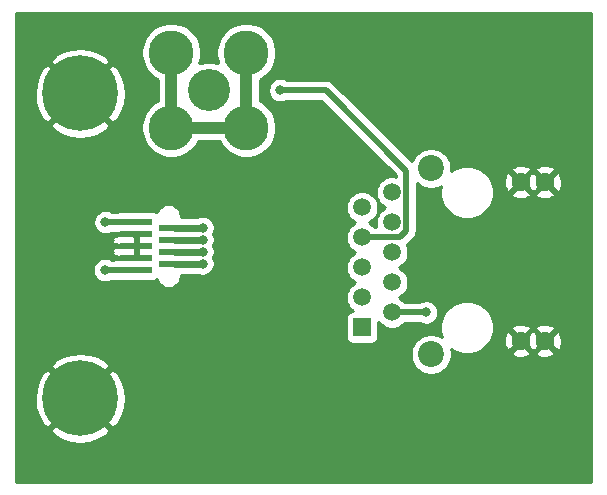
<source format=gbl>
G04 #@! TF.GenerationSoftware,KiCad,Pcbnew,(5.1.12)-1*
G04 #@! TF.CreationDate,2021-12-17T13:10:56+01:00*
G04 #@! TF.ProjectId,eth_mezz_mag_rj45,6574685f-6d65-47a7-9a5f-6d61675f726a,rev?*
G04 #@! TF.SameCoordinates,Original*
G04 #@! TF.FileFunction,Copper,L2,Bot*
G04 #@! TF.FilePolarity,Positive*
%FSLAX46Y46*%
G04 Gerber Fmt 4.6, Leading zero omitted, Abs format (unit mm)*
G04 Created by KiCad (PCBNEW (5.1.12)-1) date 2021-12-17 13:10:56*
%MOMM*%
%LPD*%
G01*
G04 APERTURE LIST*
G04 #@! TA.AperFunction,SMDPad,CuDef*
%ADD10R,2.794000X0.609600*%
G04 #@! TD*
G04 #@! TA.AperFunction,ComponentPad*
%ADD11C,0.800000*%
G04 #@! TD*
G04 #@! TA.AperFunction,ComponentPad*
%ADD12C,6.400000*%
G04 #@! TD*
G04 #@! TA.AperFunction,ComponentPad*
%ADD13C,3.810000*%
G04 #@! TD*
G04 #@! TA.AperFunction,ComponentPad*
%ADD14C,3.556000*%
G04 #@! TD*
G04 #@! TA.AperFunction,ComponentPad*
%ADD15C,1.600000*%
G04 #@! TD*
G04 #@! TA.AperFunction,ComponentPad*
%ADD16R,1.500000X1.500000*%
G04 #@! TD*
G04 #@! TA.AperFunction,ComponentPad*
%ADD17C,1.500000*%
G04 #@! TD*
G04 #@! TA.AperFunction,ComponentPad*
%ADD18C,2.200000*%
G04 #@! TD*
G04 #@! TA.AperFunction,ViaPad*
%ADD19C,0.800000*%
G04 #@! TD*
G04 #@! TA.AperFunction,ViaPad*
%ADD20C,1.600000*%
G04 #@! TD*
G04 #@! TA.AperFunction,Conductor*
%ADD21C,0.568540*%
G04 #@! TD*
G04 #@! TA.AperFunction,Conductor*
%ADD22C,1.000000*%
G04 #@! TD*
G04 #@! TA.AperFunction,Conductor*
%ADD23C,0.500000*%
G04 #@! TD*
G04 #@! TA.AperFunction,Conductor*
%ADD24C,0.254000*%
G04 #@! TD*
G04 #@! TA.AperFunction,Conductor*
%ADD25C,0.100000*%
G04 #@! TD*
G04 APERTURE END LIST*
D10*
X122139000Y-97779200D03*
X125441000Y-97279200D03*
X122139000Y-96779200D03*
X125441000Y-96279200D03*
X122139000Y-95779200D03*
X125441000Y-95279200D03*
X122139000Y-94779200D03*
X125441000Y-94279200D03*
X122139000Y-93779200D03*
D11*
X119093056Y-106981344D03*
X117396000Y-106278400D03*
X115698944Y-106981344D03*
X114996000Y-108678400D03*
X115698944Y-110375456D03*
X117396000Y-111078400D03*
X119093056Y-110375456D03*
X119796000Y-108678400D03*
D12*
X117396000Y-108678400D03*
D11*
X119093056Y-81174944D03*
X117396000Y-80472000D03*
X115698944Y-81174944D03*
X114996000Y-82872000D03*
X115698944Y-84569056D03*
X117396000Y-85272000D03*
X119093056Y-84569056D03*
X119796000Y-82872000D03*
D12*
X117396000Y-82872000D03*
D13*
X131467600Y-85767600D03*
X125117600Y-85767600D03*
X131467600Y-79417600D03*
D14*
X128292600Y-82592600D03*
D13*
X125117600Y-79417600D03*
D15*
X154720000Y-90366000D03*
X156750000Y-90366000D03*
X154720000Y-103816000D03*
D16*
X141260000Y-102680000D03*
D17*
X141260000Y-100140000D03*
X141260000Y-97600000D03*
X141260000Y-95060000D03*
X141260000Y-92520000D03*
X143800000Y-101410000D03*
X143800000Y-98870000D03*
X143800000Y-96330000D03*
X143800000Y-93790000D03*
D18*
X147102000Y-104966000D03*
X147100000Y-89220000D03*
D15*
X156750000Y-103816000D03*
D17*
X143800000Y-91250000D03*
D19*
X131109410Y-99300010D03*
X132444510Y-99300010D03*
X133779610Y-99300010D03*
X135114710Y-99300010D03*
X136449810Y-99300010D03*
X137784910Y-99300010D03*
X129774311Y-99300010D03*
X138510543Y-92309989D03*
X137173047Y-92309989D03*
X135835551Y-92309989D03*
X134498055Y-92309989D03*
X133160560Y-92309989D03*
X131823064Y-92309989D03*
X130485568Y-92309989D03*
D20*
X114017800Y-95826000D03*
D19*
X130800000Y-95800000D03*
D20*
X124000000Y-111320000D03*
X139240000Y-111320000D03*
X124000000Y-106240000D03*
X139240000Y-106240000D03*
X128318000Y-91127000D03*
X131620000Y-111320000D03*
X131620000Y-106240000D03*
D19*
X127759200Y-94250000D03*
X127759200Y-97273800D03*
X134337800Y-82592600D03*
X119529600Y-93768600D03*
X134300000Y-95800000D03*
X138300000Y-95800000D03*
X136400000Y-88000000D03*
X136300000Y-84300000D03*
D20*
X137700000Y-78100000D03*
X142300000Y-81400000D03*
X146300000Y-85400000D03*
X149300000Y-81400000D03*
X155300000Y-81400000D03*
X156300000Y-108400000D03*
X156300000Y-113400000D03*
X150300000Y-113400000D03*
X150300000Y-108400000D03*
D19*
X143300000Y-104400000D03*
X145600000Y-96200000D03*
X119504200Y-97832600D03*
X127759200Y-96257800D03*
X127759200Y-95250000D03*
X146700000Y-101400000D03*
D21*
X125441000Y-94279200D02*
X127749100Y-94279200D01*
X127749100Y-94279200D02*
X127759200Y-94289300D01*
X125441000Y-95279200D02*
X127733100Y-95279200D01*
X127733100Y-95279200D02*
X127759200Y-95305300D01*
X125441000Y-97279200D02*
X127753800Y-97279200D01*
X127753800Y-97279200D02*
X127759200Y-97273800D01*
D22*
X125117600Y-85767600D02*
X131467600Y-85767600D01*
X125117600Y-79417600D02*
X125117600Y-85767600D01*
X131467600Y-85767600D02*
X131467600Y-79417600D01*
D23*
X122128400Y-93768600D02*
X122139000Y-93779200D01*
X119529600Y-93768600D02*
X122128400Y-93768600D01*
X119504200Y-97832600D02*
X122085600Y-97832600D01*
X122085600Y-97832600D02*
X122139000Y-97779200D01*
X144446000Y-95060000D02*
X141260000Y-95060000D01*
X145000001Y-94505999D02*
X144446000Y-95060000D01*
X145000001Y-89414003D02*
X145000001Y-94505999D01*
X138178598Y-82592600D02*
X145000001Y-89414003D01*
X134337800Y-82592600D02*
X138178598Y-82592600D01*
D21*
X127737800Y-96279200D02*
X127759200Y-96257800D01*
X125441000Y-96279200D02*
X127737800Y-96279200D01*
D23*
X143810000Y-101400000D02*
X143800000Y-101410000D01*
X146700000Y-101400000D02*
X143810000Y-101400000D01*
D24*
X160640001Y-115740000D02*
X111960000Y-115740000D01*
X111960000Y-111379281D01*
X114874724Y-111379281D01*
X115234912Y-111868948D01*
X115898882Y-112229249D01*
X116620385Y-112453094D01*
X117371695Y-112531880D01*
X118123938Y-112462578D01*
X118848208Y-112247852D01*
X119516670Y-111895955D01*
X119557088Y-111868948D01*
X119917276Y-111379281D01*
X117396000Y-108858005D01*
X114874724Y-111379281D01*
X111960000Y-111379281D01*
X111960000Y-108654095D01*
X113542520Y-108654095D01*
X113611822Y-109406338D01*
X113826548Y-110130608D01*
X114178445Y-110799070D01*
X114205452Y-110839488D01*
X114695119Y-111199676D01*
X117216395Y-108678400D01*
X117575605Y-108678400D01*
X120096881Y-111199676D01*
X120586548Y-110839488D01*
X120946849Y-110175518D01*
X121170694Y-109454015D01*
X121249480Y-108702705D01*
X121180178Y-107950462D01*
X120965452Y-107226192D01*
X120613555Y-106557730D01*
X120586548Y-106517312D01*
X120096881Y-106157124D01*
X117575605Y-108678400D01*
X117216395Y-108678400D01*
X114695119Y-106157124D01*
X114205452Y-106517312D01*
X113845151Y-107181282D01*
X113621306Y-107902785D01*
X113542520Y-108654095D01*
X111960000Y-108654095D01*
X111960000Y-105977519D01*
X114874724Y-105977519D01*
X117396000Y-108498795D01*
X119917276Y-105977519D01*
X119557088Y-105487852D01*
X118893118Y-105127551D01*
X118171615Y-104903706D01*
X117420305Y-104824920D01*
X116668062Y-104894222D01*
X115943792Y-105108948D01*
X115275330Y-105460845D01*
X115234912Y-105487852D01*
X114874724Y-105977519D01*
X111960000Y-105977519D01*
X111960000Y-104795117D01*
X145367000Y-104795117D01*
X145367000Y-105136883D01*
X145433675Y-105472081D01*
X145564463Y-105787831D01*
X145754337Y-106071998D01*
X145996002Y-106313663D01*
X146280169Y-106503537D01*
X146595919Y-106634325D01*
X146931117Y-106701000D01*
X147272883Y-106701000D01*
X147608081Y-106634325D01*
X147923831Y-106503537D01*
X148207998Y-106313663D01*
X148449663Y-106071998D01*
X148639537Y-105787831D01*
X148770325Y-105472081D01*
X148837000Y-105136883D01*
X148837000Y-104795117D01*
X148774062Y-104478706D01*
X149079489Y-104682786D01*
X149490782Y-104853149D01*
X149927409Y-104940000D01*
X150372591Y-104940000D01*
X150809218Y-104853149D01*
X150916522Y-104808702D01*
X153906903Y-104808702D01*
X153978486Y-105052671D01*
X154233996Y-105173571D01*
X154508184Y-105242300D01*
X154790512Y-105256217D01*
X155070130Y-105214787D01*
X155336292Y-105119603D01*
X155461514Y-105052671D01*
X155533097Y-104808702D01*
X155936903Y-104808702D01*
X156008486Y-105052671D01*
X156263996Y-105173571D01*
X156538184Y-105242300D01*
X156820512Y-105256217D01*
X157100130Y-105214787D01*
X157366292Y-105119603D01*
X157491514Y-105052671D01*
X157563097Y-104808702D01*
X156750000Y-103995605D01*
X155936903Y-104808702D01*
X155533097Y-104808702D01*
X154720000Y-103995605D01*
X153906903Y-104808702D01*
X150916522Y-104808702D01*
X151220511Y-104682786D01*
X151590666Y-104435456D01*
X151905456Y-104120666D01*
X152061912Y-103886512D01*
X153279783Y-103886512D01*
X153321213Y-104166130D01*
X153416397Y-104432292D01*
X153483329Y-104557514D01*
X153727298Y-104629097D01*
X154540395Y-103816000D01*
X154899605Y-103816000D01*
X155407706Y-104324101D01*
X155446397Y-104432292D01*
X155513329Y-104557514D01*
X155694184Y-104610579D01*
X155712702Y-104629097D01*
X155735000Y-104622555D01*
X155757298Y-104629097D01*
X155775816Y-104610579D01*
X155956671Y-104557514D01*
X156071446Y-104314949D01*
X156570395Y-103816000D01*
X156929605Y-103816000D01*
X157742702Y-104629097D01*
X157986671Y-104557514D01*
X158107571Y-104302004D01*
X158176300Y-104027816D01*
X158190217Y-103745488D01*
X158148787Y-103465870D01*
X158053603Y-103199708D01*
X157986671Y-103074486D01*
X157742702Y-103002903D01*
X156929605Y-103816000D01*
X156570395Y-103816000D01*
X156062294Y-103307899D01*
X156023603Y-103199708D01*
X155956671Y-103074486D01*
X155775816Y-103021421D01*
X155757298Y-103002903D01*
X155735000Y-103009445D01*
X155712702Y-103002903D01*
X155694184Y-103021421D01*
X155513329Y-103074486D01*
X155398554Y-103317051D01*
X154899605Y-103816000D01*
X154540395Y-103816000D01*
X153727298Y-103002903D01*
X153483329Y-103074486D01*
X153362429Y-103329996D01*
X153293700Y-103604184D01*
X153279783Y-103886512D01*
X152061912Y-103886512D01*
X152152786Y-103750511D01*
X152323149Y-103339218D01*
X152410000Y-102902591D01*
X152410000Y-102823298D01*
X153906903Y-102823298D01*
X154720000Y-103636395D01*
X155533097Y-102823298D01*
X155936903Y-102823298D01*
X156750000Y-103636395D01*
X157563097Y-102823298D01*
X157491514Y-102579329D01*
X157236004Y-102458429D01*
X156961816Y-102389700D01*
X156679488Y-102375783D01*
X156399870Y-102417213D01*
X156133708Y-102512397D01*
X156008486Y-102579329D01*
X155936903Y-102823298D01*
X155533097Y-102823298D01*
X155461514Y-102579329D01*
X155206004Y-102458429D01*
X154931816Y-102389700D01*
X154649488Y-102375783D01*
X154369870Y-102417213D01*
X154103708Y-102512397D01*
X153978486Y-102579329D01*
X153906903Y-102823298D01*
X152410000Y-102823298D01*
X152410000Y-102457409D01*
X152323149Y-102020782D01*
X152152786Y-101609489D01*
X151905456Y-101239334D01*
X151590666Y-100924544D01*
X151220511Y-100677214D01*
X150809218Y-100506851D01*
X150372591Y-100420000D01*
X149927409Y-100420000D01*
X149490782Y-100506851D01*
X149079489Y-100677214D01*
X148709334Y-100924544D01*
X148394544Y-101239334D01*
X148147214Y-101609489D01*
X147976851Y-102020782D01*
X147890000Y-102457409D01*
X147890000Y-102902591D01*
X147976851Y-103339218D01*
X148048254Y-103511599D01*
X147923831Y-103428463D01*
X147608081Y-103297675D01*
X147272883Y-103231000D01*
X146931117Y-103231000D01*
X146595919Y-103297675D01*
X146280169Y-103428463D01*
X145996002Y-103618337D01*
X145754337Y-103860002D01*
X145564463Y-104144169D01*
X145433675Y-104459919D01*
X145367000Y-104795117D01*
X111960000Y-104795117D01*
X111960000Y-97730661D01*
X118469200Y-97730661D01*
X118469200Y-97934539D01*
X118508974Y-98134498D01*
X118586995Y-98322856D01*
X118700263Y-98492374D01*
X118844426Y-98636537D01*
X119013944Y-98749805D01*
X119202302Y-98827826D01*
X119402261Y-98867600D01*
X119606139Y-98867600D01*
X119806098Y-98827826D01*
X119994456Y-98749805D01*
X120042654Y-98717600D01*
X120696594Y-98717600D01*
X120742000Y-98722072D01*
X123536000Y-98722072D01*
X123660482Y-98709812D01*
X123780180Y-98673502D01*
X123890494Y-98614537D01*
X123895019Y-98610824D01*
X123972615Y-98798156D01*
X124085883Y-98967674D01*
X124230046Y-99111837D01*
X124399564Y-99225105D01*
X124587922Y-99303126D01*
X124787881Y-99342900D01*
X124991759Y-99342900D01*
X125191718Y-99303126D01*
X125380076Y-99225105D01*
X125549594Y-99111837D01*
X125693757Y-98967674D01*
X125807025Y-98798156D01*
X125885046Y-98609798D01*
X125924820Y-98409839D01*
X125924820Y-98222072D01*
X126838000Y-98222072D01*
X126962482Y-98209812D01*
X126999872Y-98198470D01*
X127286966Y-98198470D01*
X127457302Y-98269026D01*
X127657261Y-98308800D01*
X127861139Y-98308800D01*
X128061098Y-98269026D01*
X128249456Y-98191005D01*
X128418974Y-98077737D01*
X128563137Y-97933574D01*
X128676405Y-97764056D01*
X128754426Y-97575698D01*
X128794200Y-97375739D01*
X128794200Y-97171861D01*
X128754426Y-96971902D01*
X128676405Y-96783544D01*
X128664549Y-96765800D01*
X128676405Y-96748056D01*
X128754426Y-96559698D01*
X128794200Y-96359739D01*
X128794200Y-96155861D01*
X128754426Y-95955902D01*
X128676405Y-95767544D01*
X128667288Y-95753900D01*
X128676405Y-95740256D01*
X128754426Y-95551898D01*
X128794200Y-95351939D01*
X128794200Y-95148061D01*
X128754426Y-94948102D01*
X128676405Y-94759744D01*
X128669894Y-94750000D01*
X128676405Y-94740256D01*
X128754426Y-94551898D01*
X128794200Y-94351939D01*
X128794200Y-94148061D01*
X128754426Y-93948102D01*
X128676405Y-93759744D01*
X128563137Y-93590226D01*
X128418974Y-93446063D01*
X128249456Y-93332795D01*
X128061098Y-93254774D01*
X127861139Y-93215000D01*
X127657261Y-93215000D01*
X127457302Y-93254774D01*
X127268944Y-93332795D01*
X127228333Y-93359930D01*
X126999872Y-93359930D01*
X126962482Y-93348588D01*
X126838000Y-93336328D01*
X125924820Y-93336328D01*
X125924820Y-93148561D01*
X125885046Y-92948602D01*
X125807025Y-92760244D01*
X125693757Y-92590726D01*
X125549594Y-92446563D01*
X125380076Y-92333295D01*
X125191718Y-92255274D01*
X124991759Y-92215500D01*
X124787881Y-92215500D01*
X124587922Y-92255274D01*
X124399564Y-92333295D01*
X124230046Y-92446563D01*
X124085883Y-92590726D01*
X123972615Y-92760244D01*
X123895019Y-92947576D01*
X123890494Y-92943863D01*
X123780180Y-92884898D01*
X123660482Y-92848588D01*
X123536000Y-92836328D01*
X120742000Y-92836328D01*
X120617518Y-92848588D01*
X120502099Y-92883600D01*
X120068054Y-92883600D01*
X120019856Y-92851395D01*
X119831498Y-92773374D01*
X119631539Y-92733600D01*
X119427661Y-92733600D01*
X119227702Y-92773374D01*
X119039344Y-92851395D01*
X118869826Y-92964663D01*
X118725663Y-93108826D01*
X118612395Y-93278344D01*
X118534374Y-93466702D01*
X118494600Y-93666661D01*
X118494600Y-93870539D01*
X118534374Y-94070498D01*
X118612395Y-94258856D01*
X118725663Y-94428374D01*
X118869826Y-94572537D01*
X119039344Y-94685805D01*
X119227702Y-94763826D01*
X119427661Y-94803600D01*
X119631539Y-94803600D01*
X119831498Y-94763826D01*
X120019856Y-94685805D01*
X120068054Y-94653600D01*
X120460587Y-94653600D01*
X120497820Y-94673502D01*
X120617518Y-94709812D01*
X120742000Y-94722072D01*
X122286000Y-94722072D01*
X122286000Y-94906200D01*
X122266000Y-94906200D01*
X122266000Y-95652200D01*
X122286000Y-95652200D01*
X122286000Y-95906200D01*
X122266000Y-95906200D01*
X122266000Y-96652200D01*
X122286000Y-96652200D01*
X122286000Y-96836328D01*
X120742000Y-96836328D01*
X120617518Y-96848588D01*
X120497820Y-96884898D01*
X120457967Y-96906200D01*
X120265750Y-96906200D01*
X120224350Y-96947600D01*
X120042654Y-96947600D01*
X119994456Y-96915395D01*
X119806098Y-96837374D01*
X119606139Y-96797600D01*
X119402261Y-96797600D01*
X119202302Y-96837374D01*
X119013944Y-96915395D01*
X118844426Y-97028663D01*
X118700263Y-97172826D01*
X118586995Y-97342344D01*
X118508974Y-97530702D01*
X118469200Y-97730661D01*
X111960000Y-97730661D01*
X111960000Y-96084000D01*
X120103928Y-96084000D01*
X120116188Y-96208482D01*
X120137640Y-96279200D01*
X120116188Y-96349918D01*
X120103928Y-96474400D01*
X120107000Y-96493450D01*
X120265750Y-96652200D01*
X120457967Y-96652200D01*
X120497820Y-96673502D01*
X120617518Y-96709812D01*
X120742000Y-96722072D01*
X121853250Y-96719000D01*
X121920050Y-96652200D01*
X122012000Y-96652200D01*
X122012000Y-95906200D01*
X121920050Y-95906200D01*
X121853250Y-95839400D01*
X120742000Y-95836328D01*
X120617518Y-95848588D01*
X120497820Y-95884898D01*
X120457967Y-95906200D01*
X120265750Y-95906200D01*
X120107000Y-96064950D01*
X120103928Y-96084000D01*
X111960000Y-96084000D01*
X111960000Y-95084000D01*
X120103928Y-95084000D01*
X120116188Y-95208482D01*
X120137640Y-95279200D01*
X120116188Y-95349918D01*
X120103928Y-95474400D01*
X120107000Y-95493450D01*
X120265750Y-95652200D01*
X120457967Y-95652200D01*
X120497820Y-95673502D01*
X120617518Y-95709812D01*
X120742000Y-95722072D01*
X121853250Y-95719000D01*
X121920050Y-95652200D01*
X122012000Y-95652200D01*
X122012000Y-94906200D01*
X121920050Y-94906200D01*
X121853250Y-94839400D01*
X120742000Y-94836328D01*
X120617518Y-94848588D01*
X120497820Y-94884898D01*
X120457967Y-94906200D01*
X120265750Y-94906200D01*
X120107000Y-95064950D01*
X120103928Y-95084000D01*
X111960000Y-95084000D01*
X111960000Y-85572881D01*
X114874724Y-85572881D01*
X115234912Y-86062548D01*
X115898882Y-86422849D01*
X116620385Y-86646694D01*
X117371695Y-86725480D01*
X118123938Y-86656178D01*
X118848208Y-86441452D01*
X119516670Y-86089555D01*
X119557088Y-86062548D01*
X119917276Y-85572881D01*
X117396000Y-83051605D01*
X114874724Y-85572881D01*
X111960000Y-85572881D01*
X111960000Y-82847695D01*
X113542520Y-82847695D01*
X113611822Y-83599938D01*
X113826548Y-84324208D01*
X114178445Y-84992670D01*
X114205452Y-85033088D01*
X114695119Y-85393276D01*
X117216395Y-82872000D01*
X117575605Y-82872000D01*
X120096881Y-85393276D01*
X120586548Y-85033088D01*
X120946849Y-84369118D01*
X121170694Y-83647615D01*
X121249480Y-82896305D01*
X121180178Y-82144062D01*
X120965452Y-81419792D01*
X120613555Y-80751330D01*
X120586548Y-80710912D01*
X120096881Y-80350724D01*
X117575605Y-82872000D01*
X117216395Y-82872000D01*
X114695119Y-80350724D01*
X114205452Y-80710912D01*
X113845151Y-81374882D01*
X113621306Y-82096385D01*
X113542520Y-82847695D01*
X111960000Y-82847695D01*
X111960000Y-80171119D01*
X114874724Y-80171119D01*
X117396000Y-82692395D01*
X119917276Y-80171119D01*
X119557088Y-79681452D01*
X118893118Y-79321151D01*
X118397647Y-79167432D01*
X122577600Y-79167432D01*
X122577600Y-79667768D01*
X122675211Y-80158491D01*
X122866681Y-80620741D01*
X123144653Y-81036756D01*
X123498444Y-81390547D01*
X123914459Y-81668519D01*
X123982600Y-81696744D01*
X123982601Y-83488456D01*
X123914459Y-83516681D01*
X123498444Y-83794653D01*
X123144653Y-84148444D01*
X122866681Y-84564459D01*
X122675211Y-85026709D01*
X122577600Y-85517432D01*
X122577600Y-86017768D01*
X122675211Y-86508491D01*
X122866681Y-86970741D01*
X123144653Y-87386756D01*
X123498444Y-87740547D01*
X123914459Y-88018519D01*
X124376709Y-88209989D01*
X124867432Y-88307600D01*
X125367768Y-88307600D01*
X125858491Y-88209989D01*
X126320741Y-88018519D01*
X126736756Y-87740547D01*
X127090547Y-87386756D01*
X127368519Y-86970741D01*
X127396744Y-86902600D01*
X129188456Y-86902600D01*
X129216681Y-86970741D01*
X129494653Y-87386756D01*
X129848444Y-87740547D01*
X130264459Y-88018519D01*
X130726709Y-88209989D01*
X131217432Y-88307600D01*
X131717768Y-88307600D01*
X132208491Y-88209989D01*
X132670741Y-88018519D01*
X133086756Y-87740547D01*
X133440547Y-87386756D01*
X133718519Y-86970741D01*
X133909989Y-86508491D01*
X134007600Y-86017768D01*
X134007600Y-85517432D01*
X133909989Y-85026709D01*
X133718519Y-84564459D01*
X133440547Y-84148444D01*
X133086756Y-83794653D01*
X132670741Y-83516681D01*
X132602600Y-83488456D01*
X132602600Y-82490661D01*
X133302800Y-82490661D01*
X133302800Y-82694539D01*
X133342574Y-82894498D01*
X133420595Y-83082856D01*
X133533863Y-83252374D01*
X133678026Y-83396537D01*
X133847544Y-83509805D01*
X134035902Y-83587826D01*
X134235861Y-83627600D01*
X134439739Y-83627600D01*
X134639698Y-83587826D01*
X134828056Y-83509805D01*
X134876254Y-83477600D01*
X137812020Y-83477600D01*
X144115001Y-89780582D01*
X144115001Y-89900524D01*
X143936411Y-89865000D01*
X143663589Y-89865000D01*
X143396011Y-89918225D01*
X143143957Y-90022629D01*
X142917114Y-90174201D01*
X142724201Y-90367114D01*
X142572629Y-90593957D01*
X142468225Y-90846011D01*
X142415000Y-91113589D01*
X142415000Y-91386411D01*
X142468225Y-91653989D01*
X142572629Y-91906043D01*
X142724201Y-92132886D01*
X142917114Y-92325799D01*
X143143957Y-92477371D01*
X143246873Y-92520000D01*
X143143957Y-92562629D01*
X142917114Y-92714201D01*
X142724201Y-92907114D01*
X142572629Y-93133957D01*
X142468225Y-93386011D01*
X142415000Y-93653589D01*
X142415000Y-93926411D01*
X142464448Y-94175000D01*
X142333685Y-94175000D01*
X142142886Y-93984201D01*
X141916043Y-93832629D01*
X141813127Y-93790000D01*
X141916043Y-93747371D01*
X142142886Y-93595799D01*
X142335799Y-93402886D01*
X142487371Y-93176043D01*
X142591775Y-92923989D01*
X142645000Y-92656411D01*
X142645000Y-92383589D01*
X142591775Y-92116011D01*
X142487371Y-91863957D01*
X142335799Y-91637114D01*
X142142886Y-91444201D01*
X141916043Y-91292629D01*
X141663989Y-91188225D01*
X141396411Y-91135000D01*
X141123589Y-91135000D01*
X140856011Y-91188225D01*
X140603957Y-91292629D01*
X140377114Y-91444201D01*
X140184201Y-91637114D01*
X140032629Y-91863957D01*
X139928225Y-92116011D01*
X139875000Y-92383589D01*
X139875000Y-92656411D01*
X139928225Y-92923989D01*
X140032629Y-93176043D01*
X140184201Y-93402886D01*
X140377114Y-93595799D01*
X140603957Y-93747371D01*
X140706873Y-93790000D01*
X140603957Y-93832629D01*
X140377114Y-93984201D01*
X140184201Y-94177114D01*
X140032629Y-94403957D01*
X139928225Y-94656011D01*
X139875000Y-94923589D01*
X139875000Y-95196411D01*
X139928225Y-95463989D01*
X140032629Y-95716043D01*
X140184201Y-95942886D01*
X140377114Y-96135799D01*
X140603957Y-96287371D01*
X140706873Y-96330000D01*
X140603957Y-96372629D01*
X140377114Y-96524201D01*
X140184201Y-96717114D01*
X140032629Y-96943957D01*
X139928225Y-97196011D01*
X139875000Y-97463589D01*
X139875000Y-97736411D01*
X139928225Y-98003989D01*
X140032629Y-98256043D01*
X140184201Y-98482886D01*
X140377114Y-98675799D01*
X140603957Y-98827371D01*
X140706873Y-98870000D01*
X140603957Y-98912629D01*
X140377114Y-99064201D01*
X140184201Y-99257114D01*
X140032629Y-99483957D01*
X139928225Y-99736011D01*
X139875000Y-100003589D01*
X139875000Y-100276411D01*
X139928225Y-100543989D01*
X140032629Y-100796043D01*
X140184201Y-101022886D01*
X140377114Y-101215799D01*
X140493483Y-101293555D01*
X140385518Y-101304188D01*
X140265820Y-101340498D01*
X140155506Y-101399463D01*
X140058815Y-101478815D01*
X139979463Y-101575506D01*
X139920498Y-101685820D01*
X139884188Y-101805518D01*
X139871928Y-101930000D01*
X139871928Y-103430000D01*
X139884188Y-103554482D01*
X139920498Y-103674180D01*
X139979463Y-103784494D01*
X140058815Y-103881185D01*
X140155506Y-103960537D01*
X140265820Y-104019502D01*
X140385518Y-104055812D01*
X140510000Y-104068072D01*
X142010000Y-104068072D01*
X142134482Y-104055812D01*
X142254180Y-104019502D01*
X142364494Y-103960537D01*
X142461185Y-103881185D01*
X142540537Y-103784494D01*
X142599502Y-103674180D01*
X142635812Y-103554482D01*
X142648072Y-103430000D01*
X142648072Y-102178951D01*
X142724201Y-102292886D01*
X142917114Y-102485799D01*
X143143957Y-102637371D01*
X143396011Y-102741775D01*
X143663589Y-102795000D01*
X143936411Y-102795000D01*
X144203989Y-102741775D01*
X144456043Y-102637371D01*
X144682886Y-102485799D01*
X144875799Y-102292886D01*
X144881068Y-102285000D01*
X146161546Y-102285000D01*
X146209744Y-102317205D01*
X146398102Y-102395226D01*
X146598061Y-102435000D01*
X146801939Y-102435000D01*
X147001898Y-102395226D01*
X147190256Y-102317205D01*
X147359774Y-102203937D01*
X147503937Y-102059774D01*
X147617205Y-101890256D01*
X147695226Y-101701898D01*
X147735000Y-101501939D01*
X147735000Y-101298061D01*
X147695226Y-101098102D01*
X147617205Y-100909744D01*
X147503937Y-100740226D01*
X147359774Y-100596063D01*
X147190256Y-100482795D01*
X147001898Y-100404774D01*
X146801939Y-100365000D01*
X146598061Y-100365000D01*
X146398102Y-100404774D01*
X146209744Y-100482795D01*
X146161546Y-100515000D01*
X144863685Y-100515000D01*
X144682886Y-100334201D01*
X144456043Y-100182629D01*
X144353127Y-100140000D01*
X144456043Y-100097371D01*
X144682886Y-99945799D01*
X144875799Y-99752886D01*
X145027371Y-99526043D01*
X145131775Y-99273989D01*
X145185000Y-99006411D01*
X145185000Y-98733589D01*
X145131775Y-98466011D01*
X145027371Y-98213957D01*
X144875799Y-97987114D01*
X144682886Y-97794201D01*
X144456043Y-97642629D01*
X144353127Y-97600000D01*
X144456043Y-97557371D01*
X144682886Y-97405799D01*
X144875799Y-97212886D01*
X145027371Y-96986043D01*
X145131775Y-96733989D01*
X145185000Y-96466411D01*
X145185000Y-96193589D01*
X145131775Y-95926011D01*
X145044002Y-95714107D01*
X145074817Y-95688817D01*
X145102534Y-95655044D01*
X145595045Y-95162533D01*
X145628818Y-95134816D01*
X145739412Y-95000058D01*
X145821590Y-94846312D01*
X145872196Y-94679489D01*
X145885001Y-94549476D01*
X145885001Y-94549468D01*
X145889282Y-94505999D01*
X145885001Y-94462530D01*
X145885001Y-90458662D01*
X145994002Y-90567663D01*
X146278169Y-90757537D01*
X146593919Y-90888325D01*
X146929117Y-90955000D01*
X147270883Y-90955000D01*
X147606081Y-90888325D01*
X147921831Y-90757537D01*
X147947030Y-90740699D01*
X147890000Y-91027409D01*
X147890000Y-91472591D01*
X147976851Y-91909218D01*
X148147214Y-92320511D01*
X148394544Y-92690666D01*
X148709334Y-93005456D01*
X149079489Y-93252786D01*
X149490782Y-93423149D01*
X149927409Y-93510000D01*
X150372591Y-93510000D01*
X150809218Y-93423149D01*
X151220511Y-93252786D01*
X151590666Y-93005456D01*
X151905456Y-92690666D01*
X152152786Y-92320511D01*
X152323149Y-91909218D01*
X152410000Y-91472591D01*
X152410000Y-91358702D01*
X153906903Y-91358702D01*
X153978486Y-91602671D01*
X154233996Y-91723571D01*
X154508184Y-91792300D01*
X154790512Y-91806217D01*
X155070130Y-91764787D01*
X155336292Y-91669603D01*
X155461514Y-91602671D01*
X155533097Y-91358702D01*
X155936903Y-91358702D01*
X156008486Y-91602671D01*
X156263996Y-91723571D01*
X156538184Y-91792300D01*
X156820512Y-91806217D01*
X157100130Y-91764787D01*
X157366292Y-91669603D01*
X157491514Y-91602671D01*
X157563097Y-91358702D01*
X156750000Y-90545605D01*
X155936903Y-91358702D01*
X155533097Y-91358702D01*
X154720000Y-90545605D01*
X153906903Y-91358702D01*
X152410000Y-91358702D01*
X152410000Y-91027409D01*
X152323149Y-90590782D01*
X152259249Y-90436512D01*
X153279783Y-90436512D01*
X153321213Y-90716130D01*
X153416397Y-90982292D01*
X153483329Y-91107514D01*
X153727298Y-91179097D01*
X154540395Y-90366000D01*
X154899605Y-90366000D01*
X155407706Y-90874101D01*
X155446397Y-90982292D01*
X155513329Y-91107514D01*
X155694184Y-91160579D01*
X155712702Y-91179097D01*
X155735000Y-91172555D01*
X155757298Y-91179097D01*
X155775816Y-91160579D01*
X155956671Y-91107514D01*
X156071446Y-90864949D01*
X156570395Y-90366000D01*
X156929605Y-90366000D01*
X157742702Y-91179097D01*
X157986671Y-91107514D01*
X158107571Y-90852004D01*
X158176300Y-90577816D01*
X158190217Y-90295488D01*
X158148787Y-90015870D01*
X158053603Y-89749708D01*
X157986671Y-89624486D01*
X157742702Y-89552903D01*
X156929605Y-90366000D01*
X156570395Y-90366000D01*
X156062294Y-89857899D01*
X156023603Y-89749708D01*
X155956671Y-89624486D01*
X155775816Y-89571421D01*
X155757298Y-89552903D01*
X155735000Y-89559445D01*
X155712702Y-89552903D01*
X155694184Y-89571421D01*
X155513329Y-89624486D01*
X155398554Y-89867051D01*
X154899605Y-90366000D01*
X154540395Y-90366000D01*
X153727298Y-89552903D01*
X153483329Y-89624486D01*
X153362429Y-89879996D01*
X153293700Y-90154184D01*
X153279783Y-90436512D01*
X152259249Y-90436512D01*
X152152786Y-90179489D01*
X151905456Y-89809334D01*
X151590666Y-89494544D01*
X151409209Y-89373298D01*
X153906903Y-89373298D01*
X154720000Y-90186395D01*
X155533097Y-89373298D01*
X155936903Y-89373298D01*
X156750000Y-90186395D01*
X157563097Y-89373298D01*
X157491514Y-89129329D01*
X157236004Y-89008429D01*
X156961816Y-88939700D01*
X156679488Y-88925783D01*
X156399870Y-88967213D01*
X156133708Y-89062397D01*
X156008486Y-89129329D01*
X155936903Y-89373298D01*
X155533097Y-89373298D01*
X155461514Y-89129329D01*
X155206004Y-89008429D01*
X154931816Y-88939700D01*
X154649488Y-88925783D01*
X154369870Y-88967213D01*
X154103708Y-89062397D01*
X153978486Y-89129329D01*
X153906903Y-89373298D01*
X151409209Y-89373298D01*
X151220511Y-89247214D01*
X150809218Y-89076851D01*
X150372591Y-88990000D01*
X149927409Y-88990000D01*
X149490782Y-89076851D01*
X149079489Y-89247214D01*
X148830482Y-89413595D01*
X148835000Y-89390883D01*
X148835000Y-89049117D01*
X148768325Y-88713919D01*
X148637537Y-88398169D01*
X148447663Y-88114002D01*
X148205998Y-87872337D01*
X147921831Y-87682463D01*
X147606081Y-87551675D01*
X147270883Y-87485000D01*
X146929117Y-87485000D01*
X146593919Y-87551675D01*
X146278169Y-87682463D01*
X145994002Y-87872337D01*
X145752337Y-88114002D01*
X145562463Y-88398169D01*
X145466770Y-88629193D01*
X138835132Y-81997556D01*
X138807415Y-81963783D01*
X138672657Y-81853189D01*
X138518911Y-81771011D01*
X138352088Y-81720405D01*
X138222075Y-81707600D01*
X138222067Y-81707600D01*
X138178598Y-81703319D01*
X138135129Y-81707600D01*
X134876254Y-81707600D01*
X134828056Y-81675395D01*
X134639698Y-81597374D01*
X134439739Y-81557600D01*
X134235861Y-81557600D01*
X134035902Y-81597374D01*
X133847544Y-81675395D01*
X133678026Y-81788663D01*
X133533863Y-81932826D01*
X133420595Y-82102344D01*
X133342574Y-82290702D01*
X133302800Y-82490661D01*
X132602600Y-82490661D01*
X132602600Y-81696744D01*
X132670741Y-81668519D01*
X133086756Y-81390547D01*
X133440547Y-81036756D01*
X133718519Y-80620741D01*
X133909989Y-80158491D01*
X134007600Y-79667768D01*
X134007600Y-79167432D01*
X133909989Y-78676709D01*
X133718519Y-78214459D01*
X133440547Y-77798444D01*
X133086756Y-77444653D01*
X132670741Y-77166681D01*
X132208491Y-76975211D01*
X131717768Y-76877600D01*
X131217432Y-76877600D01*
X130726709Y-76975211D01*
X130264459Y-77166681D01*
X129848444Y-77444653D01*
X129494653Y-77798444D01*
X129216681Y-78214459D01*
X129025211Y-78676709D01*
X128927600Y-79167432D01*
X128927600Y-79667768D01*
X129025211Y-80158491D01*
X129088088Y-80310291D01*
X128996446Y-80272331D01*
X128530260Y-80179600D01*
X128054940Y-80179600D01*
X127588754Y-80272331D01*
X127497112Y-80310291D01*
X127559989Y-80158491D01*
X127657600Y-79667768D01*
X127657600Y-79167432D01*
X127559989Y-78676709D01*
X127368519Y-78214459D01*
X127090547Y-77798444D01*
X126736756Y-77444653D01*
X126320741Y-77166681D01*
X125858491Y-76975211D01*
X125367768Y-76877600D01*
X124867432Y-76877600D01*
X124376709Y-76975211D01*
X123914459Y-77166681D01*
X123498444Y-77444653D01*
X123144653Y-77798444D01*
X122866681Y-78214459D01*
X122675211Y-78676709D01*
X122577600Y-79167432D01*
X118397647Y-79167432D01*
X118171615Y-79097306D01*
X117420305Y-79018520D01*
X116668062Y-79087822D01*
X115943792Y-79302548D01*
X115275330Y-79654445D01*
X115234912Y-79681452D01*
X114874724Y-80171119D01*
X111960000Y-80171119D01*
X111960000Y-76060000D01*
X160640000Y-76060000D01*
X160640001Y-115740000D01*
G04 #@! TA.AperFunction,Conductor*
D25*
G36*
X160640001Y-115740000D02*
G01*
X111960000Y-115740000D01*
X111960000Y-111379281D01*
X114874724Y-111379281D01*
X115234912Y-111868948D01*
X115898882Y-112229249D01*
X116620385Y-112453094D01*
X117371695Y-112531880D01*
X118123938Y-112462578D01*
X118848208Y-112247852D01*
X119516670Y-111895955D01*
X119557088Y-111868948D01*
X119917276Y-111379281D01*
X117396000Y-108858005D01*
X114874724Y-111379281D01*
X111960000Y-111379281D01*
X111960000Y-108654095D01*
X113542520Y-108654095D01*
X113611822Y-109406338D01*
X113826548Y-110130608D01*
X114178445Y-110799070D01*
X114205452Y-110839488D01*
X114695119Y-111199676D01*
X117216395Y-108678400D01*
X117575605Y-108678400D01*
X120096881Y-111199676D01*
X120586548Y-110839488D01*
X120946849Y-110175518D01*
X121170694Y-109454015D01*
X121249480Y-108702705D01*
X121180178Y-107950462D01*
X120965452Y-107226192D01*
X120613555Y-106557730D01*
X120586548Y-106517312D01*
X120096881Y-106157124D01*
X117575605Y-108678400D01*
X117216395Y-108678400D01*
X114695119Y-106157124D01*
X114205452Y-106517312D01*
X113845151Y-107181282D01*
X113621306Y-107902785D01*
X113542520Y-108654095D01*
X111960000Y-108654095D01*
X111960000Y-105977519D01*
X114874724Y-105977519D01*
X117396000Y-108498795D01*
X119917276Y-105977519D01*
X119557088Y-105487852D01*
X118893118Y-105127551D01*
X118171615Y-104903706D01*
X117420305Y-104824920D01*
X116668062Y-104894222D01*
X115943792Y-105108948D01*
X115275330Y-105460845D01*
X115234912Y-105487852D01*
X114874724Y-105977519D01*
X111960000Y-105977519D01*
X111960000Y-104795117D01*
X145367000Y-104795117D01*
X145367000Y-105136883D01*
X145433675Y-105472081D01*
X145564463Y-105787831D01*
X145754337Y-106071998D01*
X145996002Y-106313663D01*
X146280169Y-106503537D01*
X146595919Y-106634325D01*
X146931117Y-106701000D01*
X147272883Y-106701000D01*
X147608081Y-106634325D01*
X147923831Y-106503537D01*
X148207998Y-106313663D01*
X148449663Y-106071998D01*
X148639537Y-105787831D01*
X148770325Y-105472081D01*
X148837000Y-105136883D01*
X148837000Y-104795117D01*
X148774062Y-104478706D01*
X149079489Y-104682786D01*
X149490782Y-104853149D01*
X149927409Y-104940000D01*
X150372591Y-104940000D01*
X150809218Y-104853149D01*
X150916522Y-104808702D01*
X153906903Y-104808702D01*
X153978486Y-105052671D01*
X154233996Y-105173571D01*
X154508184Y-105242300D01*
X154790512Y-105256217D01*
X155070130Y-105214787D01*
X155336292Y-105119603D01*
X155461514Y-105052671D01*
X155533097Y-104808702D01*
X155936903Y-104808702D01*
X156008486Y-105052671D01*
X156263996Y-105173571D01*
X156538184Y-105242300D01*
X156820512Y-105256217D01*
X157100130Y-105214787D01*
X157366292Y-105119603D01*
X157491514Y-105052671D01*
X157563097Y-104808702D01*
X156750000Y-103995605D01*
X155936903Y-104808702D01*
X155533097Y-104808702D01*
X154720000Y-103995605D01*
X153906903Y-104808702D01*
X150916522Y-104808702D01*
X151220511Y-104682786D01*
X151590666Y-104435456D01*
X151905456Y-104120666D01*
X152061912Y-103886512D01*
X153279783Y-103886512D01*
X153321213Y-104166130D01*
X153416397Y-104432292D01*
X153483329Y-104557514D01*
X153727298Y-104629097D01*
X154540395Y-103816000D01*
X154899605Y-103816000D01*
X155407706Y-104324101D01*
X155446397Y-104432292D01*
X155513329Y-104557514D01*
X155694184Y-104610579D01*
X155712702Y-104629097D01*
X155735000Y-104622555D01*
X155757298Y-104629097D01*
X155775816Y-104610579D01*
X155956671Y-104557514D01*
X156071446Y-104314949D01*
X156570395Y-103816000D01*
X156929605Y-103816000D01*
X157742702Y-104629097D01*
X157986671Y-104557514D01*
X158107571Y-104302004D01*
X158176300Y-104027816D01*
X158190217Y-103745488D01*
X158148787Y-103465870D01*
X158053603Y-103199708D01*
X157986671Y-103074486D01*
X157742702Y-103002903D01*
X156929605Y-103816000D01*
X156570395Y-103816000D01*
X156062294Y-103307899D01*
X156023603Y-103199708D01*
X155956671Y-103074486D01*
X155775816Y-103021421D01*
X155757298Y-103002903D01*
X155735000Y-103009445D01*
X155712702Y-103002903D01*
X155694184Y-103021421D01*
X155513329Y-103074486D01*
X155398554Y-103317051D01*
X154899605Y-103816000D01*
X154540395Y-103816000D01*
X153727298Y-103002903D01*
X153483329Y-103074486D01*
X153362429Y-103329996D01*
X153293700Y-103604184D01*
X153279783Y-103886512D01*
X152061912Y-103886512D01*
X152152786Y-103750511D01*
X152323149Y-103339218D01*
X152410000Y-102902591D01*
X152410000Y-102823298D01*
X153906903Y-102823298D01*
X154720000Y-103636395D01*
X155533097Y-102823298D01*
X155936903Y-102823298D01*
X156750000Y-103636395D01*
X157563097Y-102823298D01*
X157491514Y-102579329D01*
X157236004Y-102458429D01*
X156961816Y-102389700D01*
X156679488Y-102375783D01*
X156399870Y-102417213D01*
X156133708Y-102512397D01*
X156008486Y-102579329D01*
X155936903Y-102823298D01*
X155533097Y-102823298D01*
X155461514Y-102579329D01*
X155206004Y-102458429D01*
X154931816Y-102389700D01*
X154649488Y-102375783D01*
X154369870Y-102417213D01*
X154103708Y-102512397D01*
X153978486Y-102579329D01*
X153906903Y-102823298D01*
X152410000Y-102823298D01*
X152410000Y-102457409D01*
X152323149Y-102020782D01*
X152152786Y-101609489D01*
X151905456Y-101239334D01*
X151590666Y-100924544D01*
X151220511Y-100677214D01*
X150809218Y-100506851D01*
X150372591Y-100420000D01*
X149927409Y-100420000D01*
X149490782Y-100506851D01*
X149079489Y-100677214D01*
X148709334Y-100924544D01*
X148394544Y-101239334D01*
X148147214Y-101609489D01*
X147976851Y-102020782D01*
X147890000Y-102457409D01*
X147890000Y-102902591D01*
X147976851Y-103339218D01*
X148048254Y-103511599D01*
X147923831Y-103428463D01*
X147608081Y-103297675D01*
X147272883Y-103231000D01*
X146931117Y-103231000D01*
X146595919Y-103297675D01*
X146280169Y-103428463D01*
X145996002Y-103618337D01*
X145754337Y-103860002D01*
X145564463Y-104144169D01*
X145433675Y-104459919D01*
X145367000Y-104795117D01*
X111960000Y-104795117D01*
X111960000Y-97730661D01*
X118469200Y-97730661D01*
X118469200Y-97934539D01*
X118508974Y-98134498D01*
X118586995Y-98322856D01*
X118700263Y-98492374D01*
X118844426Y-98636537D01*
X119013944Y-98749805D01*
X119202302Y-98827826D01*
X119402261Y-98867600D01*
X119606139Y-98867600D01*
X119806098Y-98827826D01*
X119994456Y-98749805D01*
X120042654Y-98717600D01*
X120696594Y-98717600D01*
X120742000Y-98722072D01*
X123536000Y-98722072D01*
X123660482Y-98709812D01*
X123780180Y-98673502D01*
X123890494Y-98614537D01*
X123895019Y-98610824D01*
X123972615Y-98798156D01*
X124085883Y-98967674D01*
X124230046Y-99111837D01*
X124399564Y-99225105D01*
X124587922Y-99303126D01*
X124787881Y-99342900D01*
X124991759Y-99342900D01*
X125191718Y-99303126D01*
X125380076Y-99225105D01*
X125549594Y-99111837D01*
X125693757Y-98967674D01*
X125807025Y-98798156D01*
X125885046Y-98609798D01*
X125924820Y-98409839D01*
X125924820Y-98222072D01*
X126838000Y-98222072D01*
X126962482Y-98209812D01*
X126999872Y-98198470D01*
X127286966Y-98198470D01*
X127457302Y-98269026D01*
X127657261Y-98308800D01*
X127861139Y-98308800D01*
X128061098Y-98269026D01*
X128249456Y-98191005D01*
X128418974Y-98077737D01*
X128563137Y-97933574D01*
X128676405Y-97764056D01*
X128754426Y-97575698D01*
X128794200Y-97375739D01*
X128794200Y-97171861D01*
X128754426Y-96971902D01*
X128676405Y-96783544D01*
X128664549Y-96765800D01*
X128676405Y-96748056D01*
X128754426Y-96559698D01*
X128794200Y-96359739D01*
X128794200Y-96155861D01*
X128754426Y-95955902D01*
X128676405Y-95767544D01*
X128667288Y-95753900D01*
X128676405Y-95740256D01*
X128754426Y-95551898D01*
X128794200Y-95351939D01*
X128794200Y-95148061D01*
X128754426Y-94948102D01*
X128676405Y-94759744D01*
X128669894Y-94750000D01*
X128676405Y-94740256D01*
X128754426Y-94551898D01*
X128794200Y-94351939D01*
X128794200Y-94148061D01*
X128754426Y-93948102D01*
X128676405Y-93759744D01*
X128563137Y-93590226D01*
X128418974Y-93446063D01*
X128249456Y-93332795D01*
X128061098Y-93254774D01*
X127861139Y-93215000D01*
X127657261Y-93215000D01*
X127457302Y-93254774D01*
X127268944Y-93332795D01*
X127228333Y-93359930D01*
X126999872Y-93359930D01*
X126962482Y-93348588D01*
X126838000Y-93336328D01*
X125924820Y-93336328D01*
X125924820Y-93148561D01*
X125885046Y-92948602D01*
X125807025Y-92760244D01*
X125693757Y-92590726D01*
X125549594Y-92446563D01*
X125380076Y-92333295D01*
X125191718Y-92255274D01*
X124991759Y-92215500D01*
X124787881Y-92215500D01*
X124587922Y-92255274D01*
X124399564Y-92333295D01*
X124230046Y-92446563D01*
X124085883Y-92590726D01*
X123972615Y-92760244D01*
X123895019Y-92947576D01*
X123890494Y-92943863D01*
X123780180Y-92884898D01*
X123660482Y-92848588D01*
X123536000Y-92836328D01*
X120742000Y-92836328D01*
X120617518Y-92848588D01*
X120502099Y-92883600D01*
X120068054Y-92883600D01*
X120019856Y-92851395D01*
X119831498Y-92773374D01*
X119631539Y-92733600D01*
X119427661Y-92733600D01*
X119227702Y-92773374D01*
X119039344Y-92851395D01*
X118869826Y-92964663D01*
X118725663Y-93108826D01*
X118612395Y-93278344D01*
X118534374Y-93466702D01*
X118494600Y-93666661D01*
X118494600Y-93870539D01*
X118534374Y-94070498D01*
X118612395Y-94258856D01*
X118725663Y-94428374D01*
X118869826Y-94572537D01*
X119039344Y-94685805D01*
X119227702Y-94763826D01*
X119427661Y-94803600D01*
X119631539Y-94803600D01*
X119831498Y-94763826D01*
X120019856Y-94685805D01*
X120068054Y-94653600D01*
X120460587Y-94653600D01*
X120497820Y-94673502D01*
X120617518Y-94709812D01*
X120742000Y-94722072D01*
X122286000Y-94722072D01*
X122286000Y-94906200D01*
X122266000Y-94906200D01*
X122266000Y-95652200D01*
X122286000Y-95652200D01*
X122286000Y-95906200D01*
X122266000Y-95906200D01*
X122266000Y-96652200D01*
X122286000Y-96652200D01*
X122286000Y-96836328D01*
X120742000Y-96836328D01*
X120617518Y-96848588D01*
X120497820Y-96884898D01*
X120457967Y-96906200D01*
X120265750Y-96906200D01*
X120224350Y-96947600D01*
X120042654Y-96947600D01*
X119994456Y-96915395D01*
X119806098Y-96837374D01*
X119606139Y-96797600D01*
X119402261Y-96797600D01*
X119202302Y-96837374D01*
X119013944Y-96915395D01*
X118844426Y-97028663D01*
X118700263Y-97172826D01*
X118586995Y-97342344D01*
X118508974Y-97530702D01*
X118469200Y-97730661D01*
X111960000Y-97730661D01*
X111960000Y-96084000D01*
X120103928Y-96084000D01*
X120116188Y-96208482D01*
X120137640Y-96279200D01*
X120116188Y-96349918D01*
X120103928Y-96474400D01*
X120107000Y-96493450D01*
X120265750Y-96652200D01*
X120457967Y-96652200D01*
X120497820Y-96673502D01*
X120617518Y-96709812D01*
X120742000Y-96722072D01*
X121853250Y-96719000D01*
X121920050Y-96652200D01*
X122012000Y-96652200D01*
X122012000Y-95906200D01*
X121920050Y-95906200D01*
X121853250Y-95839400D01*
X120742000Y-95836328D01*
X120617518Y-95848588D01*
X120497820Y-95884898D01*
X120457967Y-95906200D01*
X120265750Y-95906200D01*
X120107000Y-96064950D01*
X120103928Y-96084000D01*
X111960000Y-96084000D01*
X111960000Y-95084000D01*
X120103928Y-95084000D01*
X120116188Y-95208482D01*
X120137640Y-95279200D01*
X120116188Y-95349918D01*
X120103928Y-95474400D01*
X120107000Y-95493450D01*
X120265750Y-95652200D01*
X120457967Y-95652200D01*
X120497820Y-95673502D01*
X120617518Y-95709812D01*
X120742000Y-95722072D01*
X121853250Y-95719000D01*
X121920050Y-95652200D01*
X122012000Y-95652200D01*
X122012000Y-94906200D01*
X121920050Y-94906200D01*
X121853250Y-94839400D01*
X120742000Y-94836328D01*
X120617518Y-94848588D01*
X120497820Y-94884898D01*
X120457967Y-94906200D01*
X120265750Y-94906200D01*
X120107000Y-95064950D01*
X120103928Y-95084000D01*
X111960000Y-95084000D01*
X111960000Y-85572881D01*
X114874724Y-85572881D01*
X115234912Y-86062548D01*
X115898882Y-86422849D01*
X116620385Y-86646694D01*
X117371695Y-86725480D01*
X118123938Y-86656178D01*
X118848208Y-86441452D01*
X119516670Y-86089555D01*
X119557088Y-86062548D01*
X119917276Y-85572881D01*
X117396000Y-83051605D01*
X114874724Y-85572881D01*
X111960000Y-85572881D01*
X111960000Y-82847695D01*
X113542520Y-82847695D01*
X113611822Y-83599938D01*
X113826548Y-84324208D01*
X114178445Y-84992670D01*
X114205452Y-85033088D01*
X114695119Y-85393276D01*
X117216395Y-82872000D01*
X117575605Y-82872000D01*
X120096881Y-85393276D01*
X120586548Y-85033088D01*
X120946849Y-84369118D01*
X121170694Y-83647615D01*
X121249480Y-82896305D01*
X121180178Y-82144062D01*
X120965452Y-81419792D01*
X120613555Y-80751330D01*
X120586548Y-80710912D01*
X120096881Y-80350724D01*
X117575605Y-82872000D01*
X117216395Y-82872000D01*
X114695119Y-80350724D01*
X114205452Y-80710912D01*
X113845151Y-81374882D01*
X113621306Y-82096385D01*
X113542520Y-82847695D01*
X111960000Y-82847695D01*
X111960000Y-80171119D01*
X114874724Y-80171119D01*
X117396000Y-82692395D01*
X119917276Y-80171119D01*
X119557088Y-79681452D01*
X118893118Y-79321151D01*
X118397647Y-79167432D01*
X122577600Y-79167432D01*
X122577600Y-79667768D01*
X122675211Y-80158491D01*
X122866681Y-80620741D01*
X123144653Y-81036756D01*
X123498444Y-81390547D01*
X123914459Y-81668519D01*
X123982600Y-81696744D01*
X123982601Y-83488456D01*
X123914459Y-83516681D01*
X123498444Y-83794653D01*
X123144653Y-84148444D01*
X122866681Y-84564459D01*
X122675211Y-85026709D01*
X122577600Y-85517432D01*
X122577600Y-86017768D01*
X122675211Y-86508491D01*
X122866681Y-86970741D01*
X123144653Y-87386756D01*
X123498444Y-87740547D01*
X123914459Y-88018519D01*
X124376709Y-88209989D01*
X124867432Y-88307600D01*
X125367768Y-88307600D01*
X125858491Y-88209989D01*
X126320741Y-88018519D01*
X126736756Y-87740547D01*
X127090547Y-87386756D01*
X127368519Y-86970741D01*
X127396744Y-86902600D01*
X129188456Y-86902600D01*
X129216681Y-86970741D01*
X129494653Y-87386756D01*
X129848444Y-87740547D01*
X130264459Y-88018519D01*
X130726709Y-88209989D01*
X131217432Y-88307600D01*
X131717768Y-88307600D01*
X132208491Y-88209989D01*
X132670741Y-88018519D01*
X133086756Y-87740547D01*
X133440547Y-87386756D01*
X133718519Y-86970741D01*
X133909989Y-86508491D01*
X134007600Y-86017768D01*
X134007600Y-85517432D01*
X133909989Y-85026709D01*
X133718519Y-84564459D01*
X133440547Y-84148444D01*
X133086756Y-83794653D01*
X132670741Y-83516681D01*
X132602600Y-83488456D01*
X132602600Y-82490661D01*
X133302800Y-82490661D01*
X133302800Y-82694539D01*
X133342574Y-82894498D01*
X133420595Y-83082856D01*
X133533863Y-83252374D01*
X133678026Y-83396537D01*
X133847544Y-83509805D01*
X134035902Y-83587826D01*
X134235861Y-83627600D01*
X134439739Y-83627600D01*
X134639698Y-83587826D01*
X134828056Y-83509805D01*
X134876254Y-83477600D01*
X137812020Y-83477600D01*
X144115001Y-89780582D01*
X144115001Y-89900524D01*
X143936411Y-89865000D01*
X143663589Y-89865000D01*
X143396011Y-89918225D01*
X143143957Y-90022629D01*
X142917114Y-90174201D01*
X142724201Y-90367114D01*
X142572629Y-90593957D01*
X142468225Y-90846011D01*
X142415000Y-91113589D01*
X142415000Y-91386411D01*
X142468225Y-91653989D01*
X142572629Y-91906043D01*
X142724201Y-92132886D01*
X142917114Y-92325799D01*
X143143957Y-92477371D01*
X143246873Y-92520000D01*
X143143957Y-92562629D01*
X142917114Y-92714201D01*
X142724201Y-92907114D01*
X142572629Y-93133957D01*
X142468225Y-93386011D01*
X142415000Y-93653589D01*
X142415000Y-93926411D01*
X142464448Y-94175000D01*
X142333685Y-94175000D01*
X142142886Y-93984201D01*
X141916043Y-93832629D01*
X141813127Y-93790000D01*
X141916043Y-93747371D01*
X142142886Y-93595799D01*
X142335799Y-93402886D01*
X142487371Y-93176043D01*
X142591775Y-92923989D01*
X142645000Y-92656411D01*
X142645000Y-92383589D01*
X142591775Y-92116011D01*
X142487371Y-91863957D01*
X142335799Y-91637114D01*
X142142886Y-91444201D01*
X141916043Y-91292629D01*
X141663989Y-91188225D01*
X141396411Y-91135000D01*
X141123589Y-91135000D01*
X140856011Y-91188225D01*
X140603957Y-91292629D01*
X140377114Y-91444201D01*
X140184201Y-91637114D01*
X140032629Y-91863957D01*
X139928225Y-92116011D01*
X139875000Y-92383589D01*
X139875000Y-92656411D01*
X139928225Y-92923989D01*
X140032629Y-93176043D01*
X140184201Y-93402886D01*
X140377114Y-93595799D01*
X140603957Y-93747371D01*
X140706873Y-93790000D01*
X140603957Y-93832629D01*
X140377114Y-93984201D01*
X140184201Y-94177114D01*
X140032629Y-94403957D01*
X139928225Y-94656011D01*
X139875000Y-94923589D01*
X139875000Y-95196411D01*
X139928225Y-95463989D01*
X140032629Y-95716043D01*
X140184201Y-95942886D01*
X140377114Y-96135799D01*
X140603957Y-96287371D01*
X140706873Y-96330000D01*
X140603957Y-96372629D01*
X140377114Y-96524201D01*
X140184201Y-96717114D01*
X140032629Y-96943957D01*
X139928225Y-97196011D01*
X139875000Y-97463589D01*
X139875000Y-97736411D01*
X139928225Y-98003989D01*
X140032629Y-98256043D01*
X140184201Y-98482886D01*
X140377114Y-98675799D01*
X140603957Y-98827371D01*
X140706873Y-98870000D01*
X140603957Y-98912629D01*
X140377114Y-99064201D01*
X140184201Y-99257114D01*
X140032629Y-99483957D01*
X139928225Y-99736011D01*
X139875000Y-100003589D01*
X139875000Y-100276411D01*
X139928225Y-100543989D01*
X140032629Y-100796043D01*
X140184201Y-101022886D01*
X140377114Y-101215799D01*
X140493483Y-101293555D01*
X140385518Y-101304188D01*
X140265820Y-101340498D01*
X140155506Y-101399463D01*
X140058815Y-101478815D01*
X139979463Y-101575506D01*
X139920498Y-101685820D01*
X139884188Y-101805518D01*
X139871928Y-101930000D01*
X139871928Y-103430000D01*
X139884188Y-103554482D01*
X139920498Y-103674180D01*
X139979463Y-103784494D01*
X140058815Y-103881185D01*
X140155506Y-103960537D01*
X140265820Y-104019502D01*
X140385518Y-104055812D01*
X140510000Y-104068072D01*
X142010000Y-104068072D01*
X142134482Y-104055812D01*
X142254180Y-104019502D01*
X142364494Y-103960537D01*
X142461185Y-103881185D01*
X142540537Y-103784494D01*
X142599502Y-103674180D01*
X142635812Y-103554482D01*
X142648072Y-103430000D01*
X142648072Y-102178951D01*
X142724201Y-102292886D01*
X142917114Y-102485799D01*
X143143957Y-102637371D01*
X143396011Y-102741775D01*
X143663589Y-102795000D01*
X143936411Y-102795000D01*
X144203989Y-102741775D01*
X144456043Y-102637371D01*
X144682886Y-102485799D01*
X144875799Y-102292886D01*
X144881068Y-102285000D01*
X146161546Y-102285000D01*
X146209744Y-102317205D01*
X146398102Y-102395226D01*
X146598061Y-102435000D01*
X146801939Y-102435000D01*
X147001898Y-102395226D01*
X147190256Y-102317205D01*
X147359774Y-102203937D01*
X147503937Y-102059774D01*
X147617205Y-101890256D01*
X147695226Y-101701898D01*
X147735000Y-101501939D01*
X147735000Y-101298061D01*
X147695226Y-101098102D01*
X147617205Y-100909744D01*
X147503937Y-100740226D01*
X147359774Y-100596063D01*
X147190256Y-100482795D01*
X147001898Y-100404774D01*
X146801939Y-100365000D01*
X146598061Y-100365000D01*
X146398102Y-100404774D01*
X146209744Y-100482795D01*
X146161546Y-100515000D01*
X144863685Y-100515000D01*
X144682886Y-100334201D01*
X144456043Y-100182629D01*
X144353127Y-100140000D01*
X144456043Y-100097371D01*
X144682886Y-99945799D01*
X144875799Y-99752886D01*
X145027371Y-99526043D01*
X145131775Y-99273989D01*
X145185000Y-99006411D01*
X145185000Y-98733589D01*
X145131775Y-98466011D01*
X145027371Y-98213957D01*
X144875799Y-97987114D01*
X144682886Y-97794201D01*
X144456043Y-97642629D01*
X144353127Y-97600000D01*
X144456043Y-97557371D01*
X144682886Y-97405799D01*
X144875799Y-97212886D01*
X145027371Y-96986043D01*
X145131775Y-96733989D01*
X145185000Y-96466411D01*
X145185000Y-96193589D01*
X145131775Y-95926011D01*
X145044002Y-95714107D01*
X145074817Y-95688817D01*
X145102534Y-95655044D01*
X145595045Y-95162533D01*
X145628818Y-95134816D01*
X145739412Y-95000058D01*
X145821590Y-94846312D01*
X145872196Y-94679489D01*
X145885001Y-94549476D01*
X145885001Y-94549468D01*
X145889282Y-94505999D01*
X145885001Y-94462530D01*
X145885001Y-90458662D01*
X145994002Y-90567663D01*
X146278169Y-90757537D01*
X146593919Y-90888325D01*
X146929117Y-90955000D01*
X147270883Y-90955000D01*
X147606081Y-90888325D01*
X147921831Y-90757537D01*
X147947030Y-90740699D01*
X147890000Y-91027409D01*
X147890000Y-91472591D01*
X147976851Y-91909218D01*
X148147214Y-92320511D01*
X148394544Y-92690666D01*
X148709334Y-93005456D01*
X149079489Y-93252786D01*
X149490782Y-93423149D01*
X149927409Y-93510000D01*
X150372591Y-93510000D01*
X150809218Y-93423149D01*
X151220511Y-93252786D01*
X151590666Y-93005456D01*
X151905456Y-92690666D01*
X152152786Y-92320511D01*
X152323149Y-91909218D01*
X152410000Y-91472591D01*
X152410000Y-91358702D01*
X153906903Y-91358702D01*
X153978486Y-91602671D01*
X154233996Y-91723571D01*
X154508184Y-91792300D01*
X154790512Y-91806217D01*
X155070130Y-91764787D01*
X155336292Y-91669603D01*
X155461514Y-91602671D01*
X155533097Y-91358702D01*
X155936903Y-91358702D01*
X156008486Y-91602671D01*
X156263996Y-91723571D01*
X156538184Y-91792300D01*
X156820512Y-91806217D01*
X157100130Y-91764787D01*
X157366292Y-91669603D01*
X157491514Y-91602671D01*
X157563097Y-91358702D01*
X156750000Y-90545605D01*
X155936903Y-91358702D01*
X155533097Y-91358702D01*
X154720000Y-90545605D01*
X153906903Y-91358702D01*
X152410000Y-91358702D01*
X152410000Y-91027409D01*
X152323149Y-90590782D01*
X152259249Y-90436512D01*
X153279783Y-90436512D01*
X153321213Y-90716130D01*
X153416397Y-90982292D01*
X153483329Y-91107514D01*
X153727298Y-91179097D01*
X154540395Y-90366000D01*
X154899605Y-90366000D01*
X155407706Y-90874101D01*
X155446397Y-90982292D01*
X155513329Y-91107514D01*
X155694184Y-91160579D01*
X155712702Y-91179097D01*
X155735000Y-91172555D01*
X155757298Y-91179097D01*
X155775816Y-91160579D01*
X155956671Y-91107514D01*
X156071446Y-90864949D01*
X156570395Y-90366000D01*
X156929605Y-90366000D01*
X157742702Y-91179097D01*
X157986671Y-91107514D01*
X158107571Y-90852004D01*
X158176300Y-90577816D01*
X158190217Y-90295488D01*
X158148787Y-90015870D01*
X158053603Y-89749708D01*
X157986671Y-89624486D01*
X157742702Y-89552903D01*
X156929605Y-90366000D01*
X156570395Y-90366000D01*
X156062294Y-89857899D01*
X156023603Y-89749708D01*
X155956671Y-89624486D01*
X155775816Y-89571421D01*
X155757298Y-89552903D01*
X155735000Y-89559445D01*
X155712702Y-89552903D01*
X155694184Y-89571421D01*
X155513329Y-89624486D01*
X155398554Y-89867051D01*
X154899605Y-90366000D01*
X154540395Y-90366000D01*
X153727298Y-89552903D01*
X153483329Y-89624486D01*
X153362429Y-89879996D01*
X153293700Y-90154184D01*
X153279783Y-90436512D01*
X152259249Y-90436512D01*
X152152786Y-90179489D01*
X151905456Y-89809334D01*
X151590666Y-89494544D01*
X151409209Y-89373298D01*
X153906903Y-89373298D01*
X154720000Y-90186395D01*
X155533097Y-89373298D01*
X155936903Y-89373298D01*
X156750000Y-90186395D01*
X157563097Y-89373298D01*
X157491514Y-89129329D01*
X157236004Y-89008429D01*
X156961816Y-88939700D01*
X156679488Y-88925783D01*
X156399870Y-88967213D01*
X156133708Y-89062397D01*
X156008486Y-89129329D01*
X155936903Y-89373298D01*
X155533097Y-89373298D01*
X155461514Y-89129329D01*
X155206004Y-89008429D01*
X154931816Y-88939700D01*
X154649488Y-88925783D01*
X154369870Y-88967213D01*
X154103708Y-89062397D01*
X153978486Y-89129329D01*
X153906903Y-89373298D01*
X151409209Y-89373298D01*
X151220511Y-89247214D01*
X150809218Y-89076851D01*
X150372591Y-88990000D01*
X149927409Y-88990000D01*
X149490782Y-89076851D01*
X149079489Y-89247214D01*
X148830482Y-89413595D01*
X148835000Y-89390883D01*
X148835000Y-89049117D01*
X148768325Y-88713919D01*
X148637537Y-88398169D01*
X148447663Y-88114002D01*
X148205998Y-87872337D01*
X147921831Y-87682463D01*
X147606081Y-87551675D01*
X147270883Y-87485000D01*
X146929117Y-87485000D01*
X146593919Y-87551675D01*
X146278169Y-87682463D01*
X145994002Y-87872337D01*
X145752337Y-88114002D01*
X145562463Y-88398169D01*
X145466770Y-88629193D01*
X138835132Y-81997556D01*
X138807415Y-81963783D01*
X138672657Y-81853189D01*
X138518911Y-81771011D01*
X138352088Y-81720405D01*
X138222075Y-81707600D01*
X138222067Y-81707600D01*
X138178598Y-81703319D01*
X138135129Y-81707600D01*
X134876254Y-81707600D01*
X134828056Y-81675395D01*
X134639698Y-81597374D01*
X134439739Y-81557600D01*
X134235861Y-81557600D01*
X134035902Y-81597374D01*
X133847544Y-81675395D01*
X133678026Y-81788663D01*
X133533863Y-81932826D01*
X133420595Y-82102344D01*
X133342574Y-82290702D01*
X133302800Y-82490661D01*
X132602600Y-82490661D01*
X132602600Y-81696744D01*
X132670741Y-81668519D01*
X133086756Y-81390547D01*
X133440547Y-81036756D01*
X133718519Y-80620741D01*
X133909989Y-80158491D01*
X134007600Y-79667768D01*
X134007600Y-79167432D01*
X133909989Y-78676709D01*
X133718519Y-78214459D01*
X133440547Y-77798444D01*
X133086756Y-77444653D01*
X132670741Y-77166681D01*
X132208491Y-76975211D01*
X131717768Y-76877600D01*
X131217432Y-76877600D01*
X130726709Y-76975211D01*
X130264459Y-77166681D01*
X129848444Y-77444653D01*
X129494653Y-77798444D01*
X129216681Y-78214459D01*
X129025211Y-78676709D01*
X128927600Y-79167432D01*
X128927600Y-79667768D01*
X129025211Y-80158491D01*
X129088088Y-80310291D01*
X128996446Y-80272331D01*
X128530260Y-80179600D01*
X128054940Y-80179600D01*
X127588754Y-80272331D01*
X127497112Y-80310291D01*
X127559989Y-80158491D01*
X127657600Y-79667768D01*
X127657600Y-79167432D01*
X127559989Y-78676709D01*
X127368519Y-78214459D01*
X127090547Y-77798444D01*
X126736756Y-77444653D01*
X126320741Y-77166681D01*
X125858491Y-76975211D01*
X125367768Y-76877600D01*
X124867432Y-76877600D01*
X124376709Y-76975211D01*
X123914459Y-77166681D01*
X123498444Y-77444653D01*
X123144653Y-77798444D01*
X122866681Y-78214459D01*
X122675211Y-78676709D01*
X122577600Y-79167432D01*
X118397647Y-79167432D01*
X118171615Y-79097306D01*
X117420305Y-79018520D01*
X116668062Y-79087822D01*
X115943792Y-79302548D01*
X115275330Y-79654445D01*
X115234912Y-79681452D01*
X114874724Y-80171119D01*
X111960000Y-80171119D01*
X111960000Y-76060000D01*
X160640000Y-76060000D01*
X160640001Y-115740000D01*
G37*
G04 #@! TD.AperFunction*
M02*

</source>
